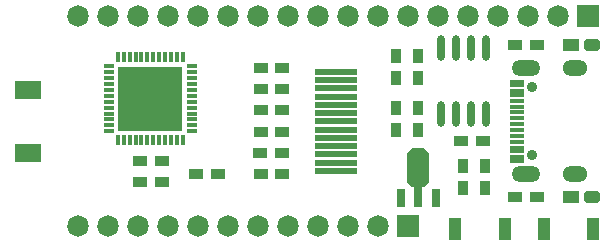
<source format=gts>
G04*
G04 #@! TF.GenerationSoftware,Altium Limited,Altium Designer,21.8.1 (53)*
G04*
G04 Layer_Color=8388736*
%FSLAX25Y25*%
%MOIN*%
G70*
G04*
G04 #@! TF.SameCoordinates,17BD96DF-920B-4E40-B81F-192E6F3E527F*
G04*
G04*
G04 #@! TF.FilePolarity,Negative*
G04*
G01*
G75*
%ADD35R,0.01602X0.03650*%
%ADD36R,0.03650X0.01602*%
%ADD37R,0.21760X0.21760*%
%ADD38R,0.04500X0.03500*%
%ADD39R,0.04500X0.03650*%
%ADD40R,0.14279X0.02075*%
%ADD41R,0.03650X0.04500*%
%ADD42R,0.03500X0.04500*%
%ADD43R,0.02862X0.06012*%
%ADD44R,0.02862X0.07587*%
G04:AMPARAMS|DCode=45|XSize=130mil|YSize=75mil|CornerRadius=0mil|HoleSize=0mil|Usage=FLASHONLY|Rotation=90.000|XOffset=0mil|YOffset=0mil|HoleType=Round|Shape=Octagon|*
%AMOCTAGOND45*
4,1,8,0.01875,0.06500,-0.01875,0.06500,-0.03750,0.04625,-0.03750,-0.04625,-0.01875,-0.06500,0.01875,-0.06500,0.03750,-0.04625,0.03750,0.04625,0.01875,0.06500,0.0*
%
%ADD45OCTAGOND45*%

%ADD46R,0.05028X0.01681*%
%ADD47R,0.05020X0.01680*%
%ADD48R,0.05500X0.04000*%
G04:AMPARAMS|DCode=49|XSize=55mil|YSize=40mil|CornerRadius=0mil|HoleSize=0mil|Usage=FLASHONLY|Rotation=0.000|XOffset=0mil|YOffset=0mil|HoleType=Round|Shape=Octagon|*
%AMOCTAGOND49*
4,1,8,0.02750,-0.01000,0.02750,0.01000,0.01750,0.02000,-0.01750,0.02000,-0.02750,0.01000,-0.02750,-0.01000,-0.01750,-0.02000,0.01750,-0.02000,0.02750,-0.01000,0.0*
%
%ADD49OCTAGOND49*%

%ADD50R,0.04437X0.07193*%
%ADD51R,0.09161X0.06406*%
%ADD52O,0.02760X0.08514*%
%ADD53O,0.09555X0.05224*%
%ADD54O,0.08374X0.05224*%
%ADD55C,0.03453*%
%ADD56R,0.07193X0.07193*%
%ADD57C,0.07193*%
%ADD58C,0.02902*%
D35*
X473800Y183241D02*
D03*
X475769Y183241D02*
D03*
X477737Y183241D02*
D03*
X479706Y183241D02*
D03*
X481674Y183241D02*
D03*
X483643Y183241D02*
D03*
X485611Y183241D02*
D03*
X487580Y183241D02*
D03*
X489548Y183241D02*
D03*
X491517Y183241D02*
D03*
X493485Y183241D02*
D03*
X495454Y183241D02*
D03*
X495454Y210800D02*
D03*
X493485Y210800D02*
D03*
X491517Y210800D02*
D03*
X489548Y210800D02*
D03*
X487580Y210800D02*
D03*
X485611Y210800D02*
D03*
X483643Y210801D02*
D03*
X481674Y210800D02*
D03*
X479706Y210801D02*
D03*
X477737Y210800D02*
D03*
X475769Y210801D02*
D03*
X473800Y210800D02*
D03*
D36*
X498407Y186195D02*
D03*
X498406Y188164D02*
D03*
X498407Y190132D02*
D03*
X498406Y192101D02*
D03*
X498407Y194069D02*
D03*
X498406Y196038D02*
D03*
X498407Y198006D02*
D03*
X498406Y199975D02*
D03*
X498407Y201943D02*
D03*
X498406Y203912D02*
D03*
X498407Y205880D02*
D03*
X498406Y207849D02*
D03*
X470847Y207849D02*
D03*
X470848Y205880D02*
D03*
X470847Y203912D02*
D03*
X470848Y201943D02*
D03*
X470847Y199975D02*
D03*
X470848Y198006D02*
D03*
X470847Y196038D02*
D03*
X470848Y194069D02*
D03*
X470847Y192101D02*
D03*
X470848Y190132D02*
D03*
X470847Y188164D02*
D03*
X470848Y186195D02*
D03*
D37*
X484627Y197021D02*
D03*
D38*
X488500Y169300D02*
D03*
X481200D02*
D03*
X488600Y176200D02*
D03*
X481300D02*
D03*
X528700Y171900D02*
D03*
X521400D02*
D03*
X521350Y179000D02*
D03*
X528650D02*
D03*
X521375Y207400D02*
D03*
X528675D02*
D03*
X588300Y183000D02*
D03*
X595600D02*
D03*
D39*
X499950Y171800D02*
D03*
X507250D02*
D03*
X521400Y186100D02*
D03*
X528700D02*
D03*
X521375Y193200D02*
D03*
X528675D02*
D03*
X521375Y200300D02*
D03*
X528675D02*
D03*
X606200Y164200D02*
D03*
X613500D02*
D03*
Y215000D02*
D03*
X606200D02*
D03*
D40*
X546500Y206035D02*
D03*
Y203279D02*
D03*
Y200523D02*
D03*
Y197768D02*
D03*
Y195012D02*
D03*
Y192256D02*
D03*
Y189500D02*
D03*
Y186744D02*
D03*
Y183988D02*
D03*
Y181232D02*
D03*
Y178476D02*
D03*
Y175720D02*
D03*
Y172965D02*
D03*
D03*
D41*
X574000Y203950D02*
D03*
Y211250D02*
D03*
X566600Y203950D02*
D03*
Y211250D02*
D03*
D42*
X574000Y186700D02*
D03*
Y194000D02*
D03*
X566600Y186700D02*
D03*
Y194000D02*
D03*
X588800Y174700D02*
D03*
Y167400D02*
D03*
X596200Y174700D02*
D03*
Y167400D02*
D03*
D43*
X579906Y163913D02*
D03*
X568094D02*
D03*
D44*
X574000Y164701D02*
D03*
D45*
Y174000D02*
D03*
D46*
X606757Y202689D02*
D03*
Y201508D02*
D03*
X606756Y199540D02*
D03*
Y198358D02*
D03*
X606757Y196390D02*
D03*
Y192453D02*
D03*
X606763Y190484D02*
D03*
X606757Y188516D02*
D03*
X606764Y186546D02*
D03*
X606755Y184579D02*
D03*
X606773Y180642D02*
D03*
Y179461D02*
D03*
X606763Y177492D02*
D03*
Y176311D02*
D03*
D47*
X606757Y194421D02*
D03*
X606757Y182610D02*
D03*
D48*
X625000Y164200D02*
D03*
Y215000D02*
D03*
D49*
X632000Y164200D02*
D03*
Y215000D02*
D03*
D50*
X632268Y153500D02*
D03*
X615732D02*
D03*
X602868Y153500D02*
D03*
X586332D02*
D03*
D51*
X444000Y200091D02*
D03*
Y178909D02*
D03*
D52*
X581620Y192103D02*
D03*
X586620D02*
D03*
X591620D02*
D03*
X596620D02*
D03*
X581620Y213897D02*
D03*
X586620D02*
D03*
X591620D02*
D03*
X596620D02*
D03*
D53*
X609906Y171783D02*
D03*
X609906Y207216D02*
D03*
D54*
X626245Y207217D02*
D03*
X626245Y171784D02*
D03*
D55*
X611875Y200879D02*
D03*
Y178122D02*
D03*
D56*
X630587Y224500D02*
D03*
X570587Y154500D02*
D03*
D57*
X620587Y224500D02*
D03*
X610587D02*
D03*
X600587D02*
D03*
X590587D02*
D03*
X580587D02*
D03*
X570587D02*
D03*
X560587D02*
D03*
X550587D02*
D03*
X540587D02*
D03*
X530587D02*
D03*
X520587D02*
D03*
X510587D02*
D03*
X500587D02*
D03*
X490587D02*
D03*
X480587D02*
D03*
X470587D02*
D03*
X460587D02*
D03*
Y154500D02*
D03*
X470587D02*
D03*
X480587D02*
D03*
X490587D02*
D03*
X500587D02*
D03*
X510587D02*
D03*
X560587D02*
D03*
X550587D02*
D03*
X540587D02*
D03*
X530587D02*
D03*
X520587D02*
D03*
D58*
X484627Y193084D02*
D03*
Y200959D02*
D03*
X480691D02*
D03*
X488565D02*
D03*
X488564Y197022D02*
D03*
X480690Y193084D02*
D03*
X488564D02*
D03*
X480690Y197022D02*
D03*
X484627D02*
D03*
M02*

</source>
